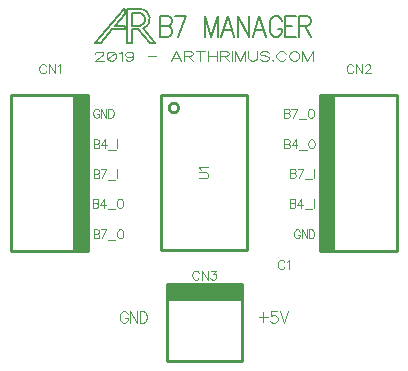
<source format=gto>
G04 DipTrace 3.3.1.1*
G04 TopSilk.gto*
%MOIN*%
G04 #@! TF.FileFunction,Legend,Top*
G04 #@! TF.Part,Single*
%ADD10C,0.009843*%
%ADD19C,0.005*%
%ADD34C,0.004632*%
%ADD35C,0.003281*%
%ADD36C,0.004374*%
%ADD38C,0.007655*%
%FSLAX26Y26*%
G04*
G70*
G90*
G75*
G01*
G04 TopSilk*
%LPD*%
X400591Y786963D2*
D10*
X656496D1*
Y1306638D1*
X400591D1*
Y786963D1*
G36*
X606211Y784284D2*
X656189D1*
Y1309317D1*
X606211D1*
Y784284D1*
G37*
X1686811Y1306688D2*
D10*
X1430906D1*
Y787013D1*
X1686811D1*
Y1306688D1*
G36*
X1481191Y1309367D2*
X1431213D1*
Y784334D1*
X1481191D1*
Y1309367D1*
G37*
X1187465Y1306201D2*
D10*
X899937D1*
Y789017D1*
X1187465D1*
Y1306201D1*
X926299Y1265576D2*
X926336Y1266667D1*
X926445Y1267753D1*
X926626Y1268829D1*
X926878Y1269888D1*
X927201Y1270927D1*
X927592Y1271939D1*
X928049Y1272921D1*
X928571Y1273866D1*
X929155Y1274772D1*
X929797Y1275632D1*
X930496Y1276444D1*
X931247Y1277202D1*
X932046Y1277904D1*
X932890Y1278546D1*
X933776Y1279125D1*
X934697Y1279637D1*
X935651Y1280082D1*
X936631Y1280455D1*
X937635Y1280756D1*
X938655Y1280983D1*
X939689Y1281135D1*
X940730Y1281211D1*
X941774D1*
X942815Y1281135D1*
X943848Y1280983D1*
X944869Y1280756D1*
X945873Y1280455D1*
X946853Y1280082D1*
X947807Y1279637D1*
X948728Y1279125D1*
X949613Y1278546D1*
X950458Y1277904D1*
X951257Y1277202D1*
X952008Y1276444D1*
X952706Y1275632D1*
X953349Y1274772D1*
X953933Y1273866D1*
X954454Y1272921D1*
X954912Y1271939D1*
X955303Y1270927D1*
X955625Y1269888D1*
X955878Y1268829D1*
X956059Y1267753D1*
X956168Y1266667D1*
X956205Y1265576D1*
X956168Y1264485D1*
X956059Y1263399D1*
X955878Y1262323D1*
X955625Y1261264D1*
X955303Y1260225D1*
X954912Y1259213D1*
X954454Y1258231D1*
X953933Y1257286D1*
X953349Y1256380D1*
X952706Y1255520D1*
X952008Y1254708D1*
X951257Y1253950D1*
X950458Y1253248D1*
X949613Y1252606D1*
X948728Y1252027D1*
X947807Y1251515D1*
X946853Y1251070D1*
X945873Y1250697D1*
X944869Y1250396D1*
X943848Y1250169D1*
X942815Y1250017D1*
X941774Y1249941D1*
X940730D1*
X939689Y1250017D1*
X938655Y1250169D1*
X937635Y1250396D1*
X936631Y1250697D1*
X935651Y1251070D1*
X934697Y1251515D1*
X933776Y1252027D1*
X932890Y1252606D1*
X932046Y1253248D1*
X931247Y1253950D1*
X930496Y1254708D1*
X929797Y1255520D1*
X929155Y1256380D1*
X928571Y1257286D1*
X928049Y1258231D1*
X927592Y1259213D1*
X927201Y1260225D1*
X926878Y1261264D1*
X926626Y1262323D1*
X926445Y1263399D1*
X926336Y1264485D1*
X926299Y1265576D1*
X681028Y1481650D2*
D19*
X775811Y1593680D1*
X780760Y1593669D1*
Y1578071D1*
X747462Y1537980D1*
X780740D1*
Y1525790D1*
X737245D1*
X700341Y1481627D1*
X681028Y1481650D1*
X829204Y1580433D2*
X803519Y1580410D1*
X829344Y1538610D2*
X803660Y1538486D1*
X803219Y1593680D2*
X829725Y1593624D1*
X803319Y1526014D2*
X824636Y1525958D1*
X824476Y1525947D2*
X861920Y1481594D1*
X881374D1*
X839321Y1529894D1*
X828963Y1593613D2*
G02X839361Y1529995I1218J-32459D01*
G01*
X829164Y1580433D2*
G02X829003Y1538587I-2607J-20913D01*
G01*
X788073Y1481312D2*
Y1593647D1*
X788173D2*
X804822D1*
X803479Y1580410D2*
Y1538441D1*
Y1526026D2*
Y1481222D1*
X803339D2*
X788113D1*
X1169488Y421678D2*
D10*
X919488D1*
Y678223D1*
X1169488D1*
Y421678D1*
G36*
Y621681D2*
X919488D1*
Y677915D1*
X1169488D1*
Y621681D1*
G37*
X1310947Y750157D2*
D34*
X1309521Y753009D1*
X1306636Y755894D1*
X1303784Y757320D1*
X1298047D1*
X1295162Y755894D1*
X1292310Y753009D1*
X1290851Y750157D1*
X1289425Y745846D1*
Y738650D1*
X1290851Y734372D1*
X1292310Y731487D1*
X1295162Y728635D1*
X1298047Y727176D1*
X1303784D1*
X1306636Y728635D1*
X1309521Y731487D1*
X1310947Y734372D1*
X1320211Y751550D2*
X1323096Y753009D1*
X1327407Y757287D1*
Y727176D1*
X516395Y1402469D2*
X514969Y1405321D1*
X512084Y1408206D1*
X509232Y1409632D1*
X503495D1*
X500610Y1408206D1*
X497758Y1405321D1*
X496299Y1402469D1*
X494873Y1398158D1*
Y1390962D1*
X496299Y1386684D1*
X497758Y1383799D1*
X500610Y1380947D1*
X503495Y1379488D1*
X509232D1*
X512084Y1380947D1*
X514969Y1383799D1*
X516395Y1386684D1*
X545754Y1409632D2*
Y1379488D1*
X525658Y1409632D1*
Y1379488D1*
X555018Y1403862D2*
X557903Y1405321D1*
X562214Y1409599D1*
Y1379488D1*
X1540260Y1402519D2*
X1538834Y1405371D1*
X1535949Y1408256D1*
X1533097Y1409682D1*
X1527360D1*
X1524475Y1408256D1*
X1521623Y1405371D1*
X1520164Y1402519D1*
X1518738Y1398208D1*
Y1391012D1*
X1520164Y1386734D1*
X1521623Y1383849D1*
X1524475Y1380997D1*
X1527360Y1379538D1*
X1533097D1*
X1535949Y1380997D1*
X1538834Y1383849D1*
X1540260Y1386734D1*
X1569619Y1409682D2*
Y1379538D1*
X1549523Y1409682D1*
Y1379538D1*
X1580342Y1402486D2*
Y1403912D1*
X1581768Y1406797D1*
X1583194Y1408223D1*
X1586079Y1409649D1*
X1591816D1*
X1594668Y1408223D1*
X1596094Y1406797D1*
X1597553Y1403912D1*
Y1401060D1*
X1596094Y1398175D1*
X1593242Y1393897D1*
X1578883Y1379538D1*
X1598979D1*
X1026821Y1029331D2*
X1048343D1*
X1052654Y1030757D1*
X1055506Y1033642D1*
X1056966Y1037953D1*
Y1040805D1*
X1055506Y1045116D1*
X1052655Y1048001D1*
X1048343Y1049427D1*
X1026822D1*
X1032592Y1058691D2*
X1031133Y1061576D1*
X1026855Y1065887D1*
X1056966D1*
X1025890Y714994D2*
X1024464Y717846D1*
X1021579Y720731D1*
X1018727Y722157D1*
X1012990D1*
X1010105Y720731D1*
X1007253Y717846D1*
X1005794Y714994D1*
X1004368Y710683D1*
Y703487D1*
X1005794Y699209D1*
X1007253Y696324D1*
X1010105Y693472D1*
X1012990Y692013D1*
X1018727D1*
X1021579Y693472D1*
X1024464Y696324D1*
X1025890Y699209D1*
X1055249Y722157D2*
Y692013D1*
X1035153Y722157D1*
Y692013D1*
X1067398Y722124D2*
X1083150D1*
X1074561Y710650D1*
X1078872D1*
X1081724Y709224D1*
X1083150Y707798D1*
X1084609Y703487D1*
Y700635D1*
X1083150Y696324D1*
X1080298Y693439D1*
X1075987Y692013D1*
X1071676D1*
X1067398Y693439D1*
X1065972Y694898D1*
X1064513Y697750D1*
X675121Y1159202D2*
D35*
Y1129058D1*
X686760D1*
X690640Y1130517D1*
X691924Y1131943D1*
X693207Y1134795D1*
Y1139106D1*
X691924Y1141991D1*
X690640Y1143417D1*
X686760Y1144843D1*
X690640Y1146302D1*
X691924Y1147728D1*
X693207Y1150580D1*
Y1153465D1*
X691924Y1156317D1*
X690640Y1157776D1*
X686760Y1159202D1*
X675121D1*
Y1144843D2*
X686760D1*
X712036Y1129058D2*
Y1159169D1*
X699113Y1139106D1*
X718482D1*
X724388Y1124084D2*
X748921D1*
X754826Y1159202D2*
Y1129058D1*
X675121Y1059202D2*
Y1029058D1*
X686760D1*
X690640Y1030517D1*
X691924Y1031943D1*
X693207Y1034795D1*
Y1039106D1*
X691924Y1041991D1*
X690640Y1043417D1*
X686760Y1044843D1*
X690640Y1046302D1*
X691924Y1047728D1*
X693207Y1050580D1*
Y1053465D1*
X691924Y1056317D1*
X690640Y1057776D1*
X686760Y1059202D1*
X675121D1*
Y1044843D2*
X686760D1*
X704276Y1029058D2*
X717199Y1059169D1*
X699113D1*
X723105Y1024084D2*
X747638D1*
X753543Y1059202D2*
Y1029058D1*
X673098Y961225D2*
Y931081D1*
X684738D1*
X688618Y932540D1*
X689901Y933966D1*
X691185Y936818D1*
Y941129D1*
X689901Y944014D1*
X688618Y945440D1*
X684738Y946866D1*
X688618Y948325D1*
X689901Y949751D1*
X691185Y952603D1*
Y955488D1*
X689901Y958340D1*
X688618Y959799D1*
X684738Y961225D1*
X673098D1*
Y946866D2*
X684738D1*
X710013Y931081D2*
Y961192D1*
X697090Y941129D1*
X716460D1*
X722366Y926106D2*
X746899D1*
X760564Y961225D2*
X757967Y959799D1*
X755401Y956914D1*
X754088Y954062D1*
X752804Y949751D1*
Y942555D1*
X754088Y938277D1*
X755401Y935392D1*
X757967Y932540D1*
X760564Y931081D1*
X765727D1*
X768294Y932540D1*
X770891Y935392D1*
X772174Y938277D1*
X773457Y942555D1*
Y949751D1*
X772174Y954062D1*
X770891Y956914D1*
X768294Y959799D1*
X765727Y961225D1*
X760564D1*
X675122Y859202D2*
Y829058D1*
X686762D1*
X690642Y830517D1*
X691925Y831943D1*
X693208Y834795D1*
Y839106D1*
X691925Y841991D1*
X690642Y843417D1*
X686762Y844843D1*
X690642Y846302D1*
X691925Y847728D1*
X693208Y850580D1*
Y853465D1*
X691925Y856317D1*
X690642Y857776D1*
X686762Y859202D1*
X675122D1*
Y844843D2*
X686762D1*
X704277Y829058D2*
X717200Y859169D1*
X699114D1*
X723106Y824084D2*
X747639D1*
X761304Y859202D2*
X758708Y857776D1*
X756141Y854891D1*
X754828Y852039D1*
X753544Y847728D1*
Y840532D1*
X754828Y836254D1*
X756141Y833369D1*
X758708Y830517D1*
X761304Y829058D1*
X766468D1*
X769034Y830517D1*
X771631Y833369D1*
X772914Y836254D1*
X774198Y840532D1*
Y847728D1*
X772914Y852039D1*
X771631Y854891D1*
X769034Y857776D1*
X766468Y859202D1*
X761304D1*
X1329967Y961171D2*
Y931027D1*
X1341607D1*
X1345487Y932486D1*
X1346770Y933912D1*
X1348054Y936764D1*
Y941075D1*
X1346770Y943960D1*
X1345487Y945386D1*
X1341607Y946812D1*
X1345487Y948271D1*
X1346770Y949697D1*
X1348054Y952549D1*
Y955434D1*
X1346770Y958286D1*
X1345487Y959745D1*
X1341607Y961171D1*
X1329967D1*
Y946812D2*
X1341607D1*
X1366882Y931027D2*
Y961138D1*
X1353959Y941075D1*
X1373329D1*
X1379234Y926053D2*
X1403767D1*
X1409673Y961171D2*
Y931027D1*
X1331252Y1061170D2*
Y1031026D1*
X1342892D1*
X1346772Y1032485D1*
X1348055Y1033911D1*
X1349338Y1036763D1*
Y1041074D1*
X1348055Y1043959D1*
X1346772Y1045385D1*
X1342892Y1046811D1*
X1346772Y1048270D1*
X1348055Y1049696D1*
X1349338Y1052547D1*
Y1055433D1*
X1348055Y1058284D1*
X1346772Y1059744D1*
X1342892Y1061170D1*
X1331252D1*
Y1046811D2*
X1342892D1*
X1360407Y1031026D2*
X1373330Y1061136D1*
X1355244D1*
X1379236Y1026051D2*
X1403769D1*
X1409674Y1061170D2*
Y1031026D1*
X1311339Y1159149D2*
Y1129005D1*
X1322978D1*
X1326858Y1130464D1*
X1328142Y1131890D1*
X1329425Y1134742D1*
Y1139053D1*
X1328142Y1141938D1*
X1326858Y1143364D1*
X1322978Y1144790D1*
X1326858Y1146249D1*
X1328142Y1147675D1*
X1329425Y1150526D1*
Y1153412D1*
X1328142Y1156263D1*
X1326858Y1157723D1*
X1322978Y1159149D1*
X1311339D1*
Y1144790D2*
X1322978D1*
X1348254Y1129005D2*
Y1159115D1*
X1335330Y1139053D1*
X1354700D1*
X1360606Y1124030D2*
X1385139D1*
X1398804Y1159149D2*
X1396208Y1157723D1*
X1393641Y1154838D1*
X1392328Y1151986D1*
X1391044Y1147675D1*
Y1140478D1*
X1392328Y1136201D1*
X1393641Y1133316D1*
X1396208Y1130464D1*
X1398804Y1129005D1*
X1403967D1*
X1406534Y1130464D1*
X1409131Y1133316D1*
X1410414Y1136201D1*
X1411697Y1140478D1*
Y1147675D1*
X1410414Y1151986D1*
X1409131Y1154838D1*
X1406534Y1157723D1*
X1403967Y1159149D1*
X1398804D1*
X1310598Y1261171D2*
Y1231027D1*
X1322238D1*
X1326118Y1232486D1*
X1327401Y1233912D1*
X1328685Y1236764D1*
Y1241075D1*
X1327401Y1243960D1*
X1326118Y1245386D1*
X1322238Y1246812D1*
X1326118Y1248271D1*
X1327401Y1249697D1*
X1328685Y1252549D1*
Y1255434D1*
X1327401Y1258286D1*
X1326118Y1259745D1*
X1322238Y1261171D1*
X1310598D1*
Y1246812D2*
X1322238D1*
X1339754Y1231027D2*
X1352677Y1261138D1*
X1334590D1*
X1358582Y1226053D2*
X1383115D1*
X1396781Y1261171D2*
X1394184Y1259745D1*
X1391617Y1256860D1*
X1390304Y1254008D1*
X1389021Y1249697D1*
Y1242501D1*
X1390304Y1238223D1*
X1391617Y1235338D1*
X1394184Y1232486D1*
X1396781Y1231027D1*
X1401944D1*
X1404511Y1232486D1*
X1407107Y1235338D1*
X1408391Y1238223D1*
X1409674Y1242501D1*
Y1249697D1*
X1408391Y1254008D1*
X1407107Y1256860D1*
X1404511Y1259745D1*
X1401944Y1261171D1*
X1396781D1*
X788995Y577735D2*
D36*
X787284Y581537D1*
X783822Y585384D1*
X780400Y587285D1*
X773515D1*
X770053Y585384D1*
X766631Y581537D1*
X764880Y577735D1*
X763169Y571987D1*
Y562392D1*
X764880Y556688D1*
X766631Y552841D1*
X770053Y549039D1*
X773515Y547093D1*
X780400D1*
X783822Y549039D1*
X787284Y552841D1*
X788995Y556688D1*
Y562392D1*
X780400D1*
X820984Y587285D2*
Y547093D1*
X796869Y587285D1*
Y547093D1*
X828858Y587285D2*
Y547093D1*
X840916D1*
X846089Y549039D1*
X849551Y552841D1*
X851262Y556688D1*
X852974Y562392D1*
Y571987D1*
X851262Y577735D1*
X849551Y581537D1*
X846089Y585384D1*
X840916Y587285D1*
X828858D1*
X1241147Y584389D2*
Y549945D1*
X1225668Y567145D2*
X1256667D1*
X1285194Y587241D2*
X1268003D1*
X1266292Y570041D1*
X1268003Y571942D1*
X1273176Y573888D1*
X1278310D1*
X1283483Y571942D1*
X1286945Y568140D1*
X1288656Y562392D1*
Y558589D1*
X1286945Y552841D1*
X1283483Y548994D1*
X1278310Y547093D1*
X1273176D1*
X1268003Y548994D1*
X1266292Y550940D1*
X1264541Y554742D1*
X1296530Y587285D2*
X1310299Y547093D1*
X1324068Y587285D1*
X693689Y1254008D2*
D35*
X692405Y1256860D1*
X689809Y1259745D1*
X687242Y1261171D1*
X682079D1*
X679482Y1259745D1*
X676915Y1256860D1*
X675602Y1254008D1*
X674319Y1249697D1*
Y1242501D1*
X675602Y1238223D1*
X676915Y1235338D1*
X679482Y1232486D1*
X682079Y1231027D1*
X687242D1*
X689809Y1232486D1*
X692405Y1235338D1*
X693689Y1238223D1*
Y1242501D1*
X687242D1*
X717681Y1261171D2*
Y1231027D1*
X699594Y1261171D1*
Y1231027D1*
X723586Y1261171D2*
Y1231027D1*
X732629D1*
X736509Y1232486D1*
X739106Y1235338D1*
X740389Y1238223D1*
X741672Y1242501D1*
Y1249697D1*
X740389Y1254008D1*
X739106Y1256860D1*
X736509Y1259745D1*
X732629Y1261171D1*
X723586D1*
X1362492Y852039D2*
X1361208Y854891D1*
X1358612Y857776D1*
X1356045Y859202D1*
X1350882D1*
X1348285Y857776D1*
X1345719Y854891D1*
X1344405Y852039D1*
X1343122Y847728D1*
Y840532D1*
X1344405Y836254D1*
X1345719Y833369D1*
X1348285Y830517D1*
X1350882Y829058D1*
X1356045D1*
X1358612Y830517D1*
X1361208Y833369D1*
X1362492Y836254D1*
Y840532D1*
X1356045D1*
X1386484Y859202D2*
Y829058D1*
X1368397Y859202D1*
Y829058D1*
X1392389Y859202D2*
Y829058D1*
X1401432D1*
X1405312Y830517D1*
X1407909Y833369D1*
X1409192Y836254D1*
X1410476Y840532D1*
Y847728D1*
X1409192Y852039D1*
X1407909Y854891D1*
X1405312Y857776D1*
X1401432Y859202D1*
X1392389D1*
X681575Y1445060D2*
Y1446486D1*
X683713Y1449371D1*
X685852Y1450797D1*
X690180Y1452223D1*
X698785D1*
X703063Y1450797D1*
X705202Y1449371D1*
X707391Y1446486D1*
Y1443634D1*
X705202Y1440749D1*
X700924Y1436471D1*
X679386Y1422112D1*
X709530D1*
X732305Y1452223D2*
X725839Y1450797D1*
X721511Y1446486D1*
X719372Y1439323D1*
Y1435012D1*
X721511Y1427849D1*
X725839Y1423538D1*
X732305Y1422112D1*
X736583D1*
X743050Y1423538D1*
X747328Y1427849D1*
X749516Y1435012D1*
Y1439323D1*
X747328Y1446486D1*
X743050Y1450797D1*
X736583Y1452223D1*
X732305D1*
X747328Y1446486D2*
X721511Y1427849D1*
X759359Y1446486D2*
X763686Y1447945D1*
X770153Y1452223D1*
Y1422112D1*
X808001Y1442208D2*
X805812Y1437897D1*
X801534Y1435012D1*
X795068Y1433586D1*
X792929D1*
X786462Y1435012D1*
X782184Y1437897D1*
X779996Y1442208D1*
Y1443634D1*
X782184Y1447945D1*
X786462Y1450797D1*
X792929Y1452223D1*
X795068D1*
X801534Y1450797D1*
X805812Y1447945D1*
X808001Y1442208D1*
Y1435012D1*
X805812Y1427849D1*
X801534Y1423538D1*
X795068Y1422112D1*
X790790D1*
X784323Y1423538D1*
X782184Y1426423D1*
X857531Y1437168D2*
X882402D1*
X966405Y1422112D2*
X949144Y1452256D1*
X931933Y1422112D1*
X938400Y1432160D2*
X959938D1*
X976247Y1437897D2*
X995597D1*
X1002064Y1439356D1*
X1004252Y1440782D1*
X1006391Y1443634D1*
Y1446519D1*
X1004252Y1449371D1*
X1002064Y1450830D1*
X995597Y1452256D1*
X976247D1*
Y1422112D1*
X991319Y1437897D2*
X1006391Y1422112D1*
X1031306Y1452256D2*
Y1422112D1*
X1016234Y1452256D2*
X1046378D1*
X1056220D2*
Y1422112D1*
X1086364Y1452256D2*
Y1422112D1*
X1056220Y1437897D2*
X1086364D1*
X1096207D2*
X1115557D1*
X1122023Y1439356D1*
X1124212Y1440782D1*
X1126351Y1443634D1*
Y1446519D1*
X1124212Y1449371D1*
X1122023Y1450830D1*
X1115557Y1452256D1*
X1096207D1*
Y1422112D1*
X1111279Y1437897D2*
X1126351Y1422112D1*
X1136193Y1452256D2*
Y1422112D1*
X1180458D2*
Y1452256D1*
X1163247Y1422112D1*
X1146036Y1452256D1*
Y1422112D1*
X1190300Y1452256D2*
Y1430734D1*
X1192439Y1426423D1*
X1196767Y1423571D1*
X1203233Y1422112D1*
X1207511D1*
X1213978Y1423571D1*
X1218305Y1426423D1*
X1220444Y1430734D1*
Y1452256D1*
X1260431Y1447945D2*
X1256153Y1450830D1*
X1249686Y1452256D1*
X1241081D1*
X1234614Y1450830D1*
X1230287Y1447945D1*
Y1445093D1*
X1232475Y1442208D1*
X1234614Y1440782D1*
X1238892Y1439356D1*
X1251825Y1436471D1*
X1256153Y1435045D1*
X1258292Y1433586D1*
X1260431Y1430734D1*
Y1426423D1*
X1256153Y1423571D1*
X1249686Y1422112D1*
X1241081D1*
X1234614Y1423571D1*
X1230287Y1426423D1*
X1272412Y1424997D2*
X1270273Y1423538D1*
X1272412Y1422112D1*
X1274601Y1423538D1*
X1272412Y1424997D1*
X1316726Y1445093D2*
X1314587Y1447945D1*
X1310260Y1450830D1*
X1305982Y1452256D1*
X1297376D1*
X1293049Y1450830D1*
X1288771Y1447945D1*
X1286582Y1445093D1*
X1284443Y1440782D1*
Y1433586D1*
X1286582Y1429308D1*
X1288771Y1426423D1*
X1293049Y1423571D1*
X1297376Y1422112D1*
X1305982D1*
X1310260Y1423571D1*
X1314587Y1426423D1*
X1316726Y1429308D1*
X1339502Y1452256D2*
X1335174Y1450830D1*
X1330896Y1447945D1*
X1328708Y1445093D1*
X1326569Y1440782D1*
Y1433586D1*
X1328708Y1429308D1*
X1330896Y1426423D1*
X1335174Y1423571D1*
X1339502Y1422112D1*
X1348107D1*
X1352385Y1423571D1*
X1356713Y1426423D1*
X1358852Y1429308D1*
X1360991Y1433586D1*
Y1440782D1*
X1358852Y1445093D1*
X1356713Y1447945D1*
X1352385Y1450830D1*
X1348107Y1452256D1*
X1339502D1*
X1405255Y1422112D2*
Y1452256D1*
X1388044Y1422112D1*
X1370833Y1452256D1*
Y1422112D1*
X897528Y1571535D2*
D38*
Y1501199D1*
X921670D1*
X929717Y1504603D1*
X932379Y1507931D1*
X935041Y1514585D1*
Y1524644D1*
X932379Y1531376D1*
X929717Y1534703D1*
X921670Y1538030D1*
X929717Y1541435D1*
X932379Y1544762D1*
X935041Y1551417D1*
Y1558148D1*
X932379Y1564803D1*
X929717Y1568207D1*
X921670Y1571535D1*
X897528D1*
Y1538030D2*
X921670D1*
X957998Y1501199D2*
X984802Y1571457D1*
X947289D1*
X1089276Y1501199D2*
Y1571535D1*
X1067858Y1501199D1*
X1046440Y1571535D1*
Y1501199D1*
X1144423D2*
X1122943Y1571535D1*
X1101525Y1501199D1*
X1109572Y1524644D2*
X1136375D1*
X1194184Y1571535D2*
Y1501199D1*
X1156671Y1571535D1*
Y1501199D1*
X1249330D2*
X1227850Y1571535D1*
X1206432Y1501199D1*
X1214479Y1524644D2*
X1241283D1*
X1301753Y1554821D2*
X1299091Y1561476D1*
X1293706Y1568207D1*
X1288382Y1571535D1*
X1277673D1*
X1272288Y1568207D1*
X1266964Y1561476D1*
X1264240Y1554821D1*
X1261579Y1544762D1*
Y1527971D1*
X1264240Y1517990D1*
X1266964Y1511258D1*
X1272288Y1504603D1*
X1277673Y1501199D1*
X1288382D1*
X1293706Y1504603D1*
X1299091Y1511258D1*
X1301753Y1517990D1*
Y1527971D1*
X1288382D1*
X1348790Y1571535D2*
X1314001D1*
Y1501199D1*
X1348790D1*
X1314001Y1538030D2*
X1335419D1*
X1361039D2*
X1385119D1*
X1393166Y1541435D1*
X1395889Y1544762D1*
X1398551Y1551417D1*
Y1558148D1*
X1395889Y1564803D1*
X1393166Y1568207D1*
X1385119Y1571535D1*
X1361039D1*
Y1501199D1*
X1379795Y1538030D2*
X1398551Y1501199D1*
M02*

</source>
